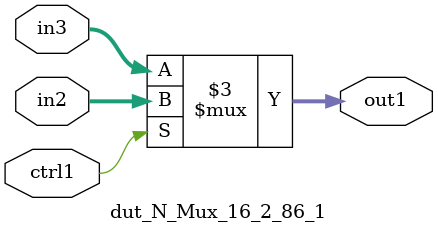
<source format=v>

`timescale 1ps / 1ps


module dut_N_Mux_16_2_86_1( in3, in2, ctrl1, out1 );

    input [15:0] in3;
    input [15:0] in2;
    input ctrl1;
    output [15:0] out1;
    reg [15:0] out1;

    
    // rtl_process:dut_N_Mux_16_2_86_1/dut_N_Mux_16_2_86_1_thread_1
    always @*
      begin : dut_N_Mux_16_2_86_1_thread_1
        case (ctrl1) 
          1'b1: 
            begin
              out1 = in2;
            end
          default: 
            begin
              out1 = in3;
            end
        endcase
      end

endmodule




</source>
